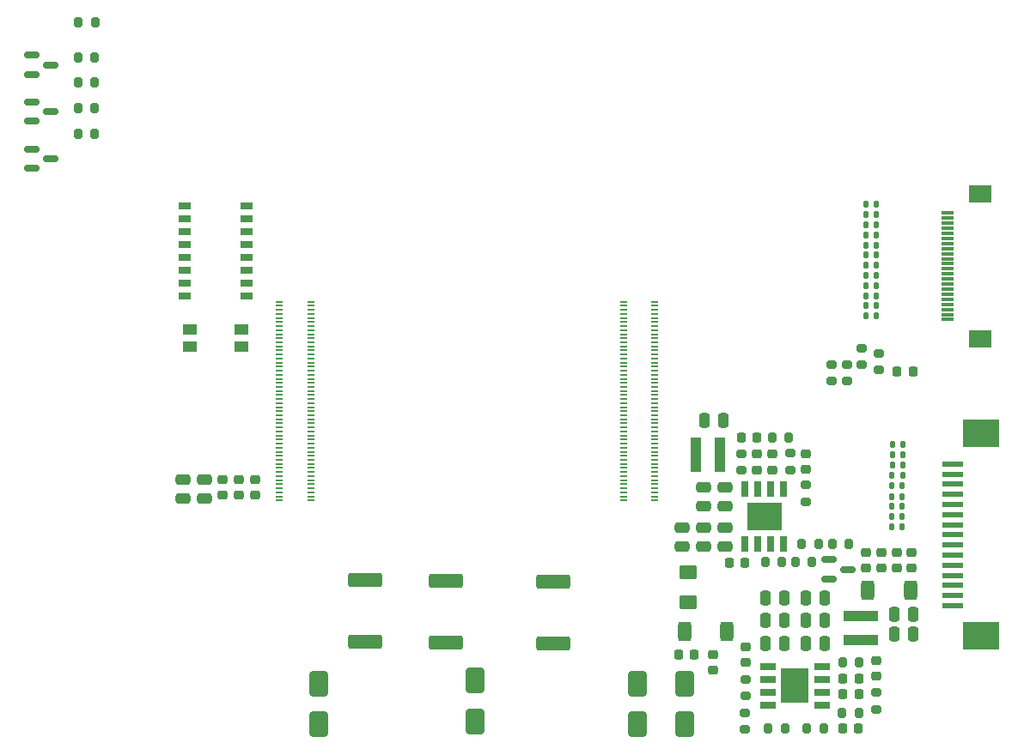
<source format=gbr>
%TF.GenerationSoftware,KiCad,Pcbnew,8.0.3*%
%TF.CreationDate,2024-11-01T12:04:32+00:00*%
%TF.ProjectId,CM4RadarBoard,434d3452-6164-4617-9242-6f6172642e6b,rev?*%
%TF.SameCoordinates,Original*%
%TF.FileFunction,Paste,Top*%
%TF.FilePolarity,Positive*%
%FSLAX46Y46*%
G04 Gerber Fmt 4.6, Leading zero omitted, Abs format (unit mm)*
G04 Created by KiCad (PCBNEW 8.0.3) date 2024-11-01 12:04:32*
%MOMM*%
%LPD*%
G01*
G04 APERTURE LIST*
G04 Aperture macros list*
%AMRoundRect*
0 Rectangle with rounded corners*
0 $1 Rounding radius*
0 $2 $3 $4 $5 $6 $7 $8 $9 X,Y pos of 4 corners*
0 Add a 4 corners polygon primitive as box body*
4,1,4,$2,$3,$4,$5,$6,$7,$8,$9,$2,$3,0*
0 Add four circle primitives for the rounded corners*
1,1,$1+$1,$2,$3*
1,1,$1+$1,$4,$5*
1,1,$1+$1,$6,$7*
1,1,$1+$1,$8,$9*
0 Add four rect primitives between the rounded corners*
20,1,$1+$1,$2,$3,$4,$5,0*
20,1,$1+$1,$4,$5,$6,$7,0*
20,1,$1+$1,$6,$7,$8,$9,0*
20,1,$1+$1,$8,$9,$2,$3,0*%
G04 Aperture macros list end*
%ADD10R,0.650000X1.500000*%
%ADD11R,3.350000X2.710000*%
%ADD12R,1.500000X0.650000*%
%ADD13R,2.710000X3.350000*%
%ADD14R,3.400000X0.980000*%
%ADD15RoundRect,0.250000X0.650000X-1.000000X0.650000X1.000000X-0.650000X1.000000X-0.650000X-1.000000X0*%
%ADD16RoundRect,0.135000X-0.135000X-0.185000X0.135000X-0.185000X0.135000X0.185000X-0.135000X0.185000X0*%
%ADD17RoundRect,0.250000X0.250000X0.475000X-0.250000X0.475000X-0.250000X-0.475000X0.250000X-0.475000X0*%
%ADD18RoundRect,0.225000X-0.225000X-0.250000X0.225000X-0.250000X0.225000X0.250000X-0.225000X0.250000X0*%
%ADD19RoundRect,0.150000X-0.587500X-0.150000X0.587500X-0.150000X0.587500X0.150000X-0.587500X0.150000X0*%
%ADD20R,0.980000X3.400000*%
%ADD21RoundRect,0.135000X0.135000X0.185000X-0.135000X0.185000X-0.135000X-0.185000X0.135000X-0.185000X0*%
%ADD22RoundRect,0.250000X-0.475000X0.250000X-0.475000X-0.250000X0.475000X-0.250000X0.475000X0.250000X0*%
%ADD23RoundRect,0.200000X0.200000X0.275000X-0.200000X0.275000X-0.200000X-0.275000X0.200000X-0.275000X0*%
%ADD24RoundRect,0.200000X-0.275000X0.200000X-0.275000X-0.200000X0.275000X-0.200000X0.275000X0.200000X0*%
%ADD25RoundRect,0.250000X0.475000X-0.250000X0.475000X0.250000X-0.475000X0.250000X-0.475000X-0.250000X0*%
%ADD26RoundRect,0.225000X-0.250000X0.225000X-0.250000X-0.225000X0.250000X-0.225000X0.250000X0.225000X0*%
%ADD27R,0.700000X0.200000*%
%ADD28RoundRect,0.249999X1.425001X-0.450001X1.425001X0.450001X-1.425001X0.450001X-1.425001X-0.450001X0*%
%ADD29RoundRect,0.200000X-0.200000X-0.275000X0.200000X-0.275000X0.200000X0.275000X-0.200000X0.275000X0*%
%ADD30RoundRect,0.200000X0.275000X-0.200000X0.275000X0.200000X-0.275000X0.200000X-0.275000X-0.200000X0*%
%ADD31RoundRect,0.225000X0.250000X-0.225000X0.250000X0.225000X-0.250000X0.225000X-0.250000X-0.225000X0*%
%ADD32RoundRect,0.250000X-0.250000X-0.475000X0.250000X-0.475000X0.250000X0.475000X-0.250000X0.475000X0*%
%ADD33R,1.250000X0.760000*%
%ADD34RoundRect,0.225000X0.225000X0.250000X-0.225000X0.250000X-0.225000X-0.250000X0.225000X-0.250000X0*%
%ADD35RoundRect,0.249999X-1.425001X0.450001X-1.425001X-0.450001X1.425001X-0.450001X1.425001X0.450001X0*%
%ADD36RoundRect,0.250000X-0.650000X1.000000X-0.650000X-1.000000X0.650000X-1.000000X0.650000X1.000000X0*%
%ADD37RoundRect,0.249999X-0.387501X-0.700001X0.387501X-0.700001X0.387501X0.700001X-0.387501X0.700001X0*%
%ADD38RoundRect,0.250001X-0.624999X0.462499X-0.624999X-0.462499X0.624999X-0.462499X0.624999X0.462499X0*%
%ADD39R,1.450000X1.000000*%
%ADD40R,1.300000X0.300000*%
%ADD41R,2.200000X1.800000*%
%ADD42R,2.000000X0.610000*%
%ADD43R,3.600000X2.680000*%
G04 APERTURE END LIST*
D10*
%TO.C,IC2*%
X92695000Y-80800000D03*
X93965000Y-80800000D03*
X95235000Y-80800000D03*
X96505000Y-80800000D03*
X96505000Y-75400000D03*
X95235000Y-75400000D03*
X93965000Y-75400000D03*
X92695000Y-75400000D03*
D11*
X94600000Y-78100000D03*
%TD*%
D12*
%TO.C,IC1*%
X94900000Y-92895000D03*
X94900000Y-94165000D03*
X94900000Y-95435000D03*
X94900000Y-96705000D03*
X100300000Y-96705000D03*
X100300000Y-95435000D03*
X100300000Y-94165000D03*
X100300000Y-92895000D03*
D13*
X97600000Y-94800000D03*
%TD*%
D14*
%TO.C,L1*%
X104100000Y-90285000D03*
X104100000Y-87915000D03*
%TD*%
D15*
%TO.C,D9*%
X50700000Y-98600000D03*
X50700000Y-94600000D03*
%TD*%
D16*
%TO.C,R13*%
X104590000Y-48300000D03*
X105610000Y-48300000D03*
%TD*%
D17*
%TO.C,C20*%
X109250000Y-87700000D03*
X107350000Y-87700000D03*
%TD*%
D16*
%TO.C,R6*%
X104590000Y-55300000D03*
X105610000Y-55300000D03*
%TD*%
D18*
%TO.C,C21*%
X92325000Y-70300000D03*
X93875000Y-70300000D03*
%TD*%
D19*
%TO.C,Q3*%
X22387500Y-37195000D03*
X22387500Y-39095000D03*
X24262500Y-38145000D03*
%TD*%
D20*
%TO.C,L2*%
X90185000Y-72000000D03*
X87815000Y-72000000D03*
%TD*%
D21*
%TO.C,R56*%
X108140000Y-75040000D03*
X107120000Y-75040000D03*
%TD*%
D22*
%TO.C,C46*%
X88600000Y-75180000D03*
X88600000Y-77080000D03*
%TD*%
D19*
%TO.C,Q1*%
X100962500Y-82350000D03*
X100962500Y-84250000D03*
X102837500Y-83300000D03*
%TD*%
D23*
%TO.C,R78*%
X103895000Y-97480000D03*
X102245000Y-97480000D03*
%TD*%
D24*
%TO.C,R1*%
X101200000Y-63075000D03*
X101200000Y-64725000D03*
%TD*%
D25*
%TO.C,C8*%
X37300000Y-76350000D03*
X37300000Y-74450000D03*
%TD*%
D16*
%TO.C,R3*%
X104590000Y-58300000D03*
X105610000Y-58300000D03*
%TD*%
D24*
%TO.C,R65*%
X105900000Y-61975000D03*
X105900000Y-63625000D03*
%TD*%
D26*
%TO.C,C40*%
X93875000Y-71925000D03*
X93875000Y-73475000D03*
%TD*%
D19*
%TO.C,Q2*%
X22387500Y-32570000D03*
X22387500Y-34470000D03*
X24262500Y-33520000D03*
%TD*%
D24*
%TO.C,R71*%
X92680000Y-97465000D03*
X92680000Y-99115000D03*
%TD*%
D27*
%TO.C,Module1*%
X46780000Y-56900000D03*
X49860000Y-56900000D03*
X46780000Y-57300000D03*
X49860000Y-57300000D03*
X46780000Y-57700000D03*
X49860000Y-57700000D03*
X46780000Y-58100000D03*
X49860000Y-58100000D03*
X46780000Y-58500000D03*
X49860000Y-58500000D03*
X46780000Y-58900000D03*
X49860000Y-58900000D03*
X46780000Y-59300000D03*
X49860000Y-59300000D03*
X46780000Y-59700000D03*
X49860000Y-59700000D03*
X46780000Y-60100000D03*
X49860000Y-60100000D03*
X46780000Y-60500000D03*
X49860000Y-60500000D03*
X46780000Y-60900000D03*
X49860000Y-60900000D03*
X46780000Y-61300000D03*
X49860000Y-61300000D03*
X46780000Y-61700000D03*
X49860000Y-61700000D03*
X46780000Y-62100000D03*
X49860000Y-62100000D03*
X46780000Y-62500000D03*
X49860000Y-62500000D03*
X46780000Y-62900000D03*
X49860000Y-62900000D03*
X46780000Y-63300000D03*
X49860000Y-63300000D03*
X46780000Y-63700000D03*
X49860000Y-63700000D03*
X46780000Y-64100000D03*
X49860000Y-64100000D03*
X46780000Y-64500000D03*
X49860000Y-64500000D03*
X46780000Y-64900000D03*
X49860000Y-64900000D03*
X46780000Y-65300000D03*
X49860000Y-65300000D03*
X46780000Y-65700000D03*
X49860000Y-65700000D03*
X46780000Y-66100000D03*
X49860000Y-66100000D03*
X46780000Y-66500000D03*
X49860000Y-66500000D03*
X46780000Y-66900000D03*
X49860000Y-66900000D03*
X46780000Y-67300000D03*
X49860000Y-67300000D03*
X46780000Y-67700000D03*
X49860000Y-67700000D03*
X46780000Y-68100000D03*
X49860000Y-68100000D03*
X46780000Y-68500000D03*
X49860000Y-68500000D03*
X46780000Y-68900000D03*
X49860000Y-68900000D03*
X46780000Y-69300000D03*
X49860000Y-69300000D03*
X46780000Y-69700000D03*
X49860000Y-69700000D03*
X46780000Y-70100000D03*
X49860000Y-70100000D03*
X46780000Y-70500000D03*
X49860000Y-70500000D03*
X46780000Y-70900000D03*
X49860000Y-70900000D03*
X46780000Y-71300000D03*
X49860000Y-71300000D03*
X46780000Y-71700000D03*
X49860000Y-71700000D03*
X46780000Y-72100000D03*
X49860000Y-72100000D03*
X46780000Y-72500000D03*
X49860000Y-72500000D03*
X46780000Y-72900000D03*
X49860000Y-72900000D03*
X46780000Y-73300000D03*
X49860000Y-73300000D03*
X46780000Y-73700000D03*
X49860000Y-73700000D03*
X46780000Y-74100000D03*
X49860000Y-74100000D03*
X46780000Y-74500000D03*
X49860000Y-74500000D03*
X46780000Y-74900000D03*
X49860000Y-74900000D03*
X46780000Y-75300000D03*
X49860000Y-75300000D03*
X46780000Y-75700000D03*
X49860000Y-75700000D03*
X46780000Y-76100000D03*
X49860000Y-76100000D03*
X46780000Y-76500000D03*
X49860000Y-76500000D03*
X80700000Y-56900000D03*
X83780000Y-56900000D03*
X80700000Y-57300000D03*
X83780000Y-57300000D03*
X80700000Y-57700000D03*
X83780000Y-57700000D03*
X80700000Y-58100000D03*
X83780000Y-58100000D03*
X80700000Y-58500000D03*
X83780000Y-58500000D03*
X80700000Y-58900000D03*
X83780000Y-58900000D03*
X80700000Y-59300000D03*
X83780000Y-59300000D03*
X80700000Y-59700000D03*
X83780000Y-59700000D03*
X80700000Y-60100000D03*
X83780000Y-60100000D03*
X80700000Y-60500000D03*
X83780000Y-60500000D03*
X80700000Y-60900000D03*
X83780000Y-60900000D03*
X80700000Y-61300000D03*
X83780000Y-61300000D03*
X80700000Y-61700000D03*
X83780000Y-61700000D03*
X80700000Y-62100000D03*
X83780000Y-62100000D03*
X80700000Y-62500000D03*
X83780000Y-62500000D03*
X80700000Y-62900000D03*
X83780000Y-62900000D03*
X80700000Y-63300000D03*
X83780000Y-63300000D03*
X80700000Y-63700000D03*
X83780000Y-63700000D03*
X80700000Y-64100000D03*
X83780000Y-64100000D03*
X80700000Y-64500000D03*
X83780000Y-64500000D03*
X80700000Y-64900000D03*
X83780000Y-64900000D03*
X80700000Y-65300000D03*
X83780000Y-65300000D03*
X80700000Y-65700000D03*
X83780000Y-65700000D03*
X80700000Y-66100000D03*
X83780000Y-66100000D03*
X80700000Y-66500000D03*
X83780000Y-66500000D03*
X80700000Y-66900000D03*
X83780000Y-66900000D03*
X80700000Y-67300000D03*
X83780000Y-67300000D03*
X80700000Y-67700000D03*
X83780000Y-67700000D03*
X80700000Y-68100000D03*
X83780000Y-68100000D03*
X80700000Y-68500000D03*
X83780000Y-68500000D03*
X80700000Y-68900000D03*
X83780000Y-68900000D03*
X80700000Y-69300000D03*
X83780000Y-69300000D03*
X80700000Y-69700000D03*
X83780000Y-69700000D03*
X80700000Y-70100000D03*
X83780000Y-70100000D03*
X80700000Y-70500000D03*
X83780000Y-70500000D03*
X80700000Y-70900000D03*
X83780000Y-70900000D03*
X80700000Y-71300000D03*
X83780000Y-71300000D03*
X80700000Y-71700000D03*
X83780000Y-71700000D03*
X80700000Y-72100000D03*
X83780000Y-72100000D03*
X80700000Y-72500000D03*
X83780000Y-72500000D03*
X80700000Y-72900000D03*
X83780000Y-72900000D03*
X80700000Y-73300000D03*
X83780000Y-73300000D03*
X80700000Y-73700000D03*
X83780000Y-73700000D03*
X80700000Y-74100000D03*
X83780000Y-74100000D03*
X80700000Y-74500000D03*
X83780000Y-74500000D03*
X80700000Y-74900000D03*
X83780000Y-74900000D03*
X80700000Y-75300000D03*
X83780000Y-75300000D03*
X80700000Y-75700000D03*
X83780000Y-75700000D03*
X80700000Y-76100000D03*
X83780000Y-76100000D03*
X80700000Y-76500000D03*
X83780000Y-76500000D03*
%TD*%
D28*
%TO.C,R90*%
X63200000Y-90550000D03*
X63200000Y-84450000D03*
%TD*%
D16*
%TO.C,R7*%
X104590000Y-54300000D03*
X105610000Y-54300000D03*
%TD*%
D21*
%TO.C,R54*%
X108150000Y-77080000D03*
X107130000Y-77080000D03*
%TD*%
D29*
%TO.C,R77*%
X95350000Y-70300000D03*
X97000000Y-70300000D03*
%TD*%
D30*
%TO.C,R68*%
X92275000Y-73525000D03*
X92275000Y-71875000D03*
%TD*%
D25*
%TO.C,C34*%
X90700000Y-81080000D03*
X90700000Y-79180000D03*
%TD*%
D24*
%TO.C,R61*%
X104200000Y-61475000D03*
X104200000Y-63125000D03*
%TD*%
D31*
%TO.C,C38*%
X95375000Y-73475000D03*
X95375000Y-71925000D03*
%TD*%
D29*
%TO.C,R106*%
X101275000Y-80800000D03*
X102925000Y-80800000D03*
%TD*%
D32*
%TO.C,C31*%
X94650000Y-88300000D03*
X96550000Y-88300000D03*
%TD*%
D33*
%TO.C,SW1*%
X37425000Y-47455000D03*
X37425000Y-48725000D03*
X37425000Y-49995000D03*
X37425000Y-51265000D03*
X37425000Y-52535000D03*
X37425000Y-53805000D03*
X37425000Y-55075000D03*
X37425000Y-56345000D03*
X43575000Y-56345000D03*
X43575000Y-55075000D03*
X43575000Y-53805000D03*
X43575000Y-52535000D03*
X43575000Y-51265000D03*
X43575000Y-49995000D03*
X43575000Y-48725000D03*
X43575000Y-47455000D03*
%TD*%
D16*
%TO.C,R5*%
X104590000Y-56300000D03*
X105610000Y-56300000D03*
%TD*%
D29*
%TO.C,R105*%
X26980000Y-29320000D03*
X28630000Y-29320000D03*
%TD*%
D34*
%TO.C,C41*%
X103835000Y-98970000D03*
X102285000Y-98970000D03*
%TD*%
D17*
%TO.C,C47*%
X100550000Y-88300000D03*
X98650000Y-88300000D03*
%TD*%
D18*
%TO.C,C1*%
X107675000Y-63820000D03*
X109225000Y-63820000D03*
%TD*%
D16*
%TO.C,R10*%
X104590000Y-51300000D03*
X105610000Y-51300000D03*
%TD*%
D29*
%TO.C,R108*%
X26950000Y-35280000D03*
X28600000Y-35280000D03*
%TD*%
D19*
%TO.C,Q4*%
X22387500Y-41820000D03*
X22387500Y-43720000D03*
X24262500Y-42770000D03*
%TD*%
D31*
%TO.C,C15*%
X109100000Y-83175000D03*
X109100000Y-81625000D03*
%TD*%
D35*
%TO.C,R95*%
X55220000Y-84380000D03*
X55220000Y-90480000D03*
%TD*%
D29*
%TO.C,R73*%
X97645000Y-82590000D03*
X99295000Y-82590000D03*
%TD*%
D31*
%TO.C,C28*%
X107600000Y-83175000D03*
X107600000Y-81625000D03*
%TD*%
D32*
%TO.C,C48*%
X88650000Y-68600000D03*
X90550000Y-68600000D03*
%TD*%
D29*
%TO.C,R109*%
X26950000Y-37790000D03*
X28600000Y-37790000D03*
%TD*%
D31*
%TO.C,C11*%
X44400000Y-75975000D03*
X44400000Y-74425000D03*
%TD*%
D24*
%TO.C,R80*%
X97130000Y-71865000D03*
X97130000Y-73515000D03*
%TD*%
D31*
%TO.C,C10*%
X41200000Y-75975000D03*
X41200000Y-74425000D03*
%TD*%
D36*
%TO.C,D1*%
X86700000Y-94600000D03*
X86700000Y-98600000D03*
%TD*%
D16*
%TO.C,R8*%
X104590000Y-53300000D03*
X105610000Y-53300000D03*
%TD*%
D37*
%TO.C,FB2*%
X104787500Y-85400000D03*
X109012500Y-85400000D03*
%TD*%
D16*
%TO.C,R60*%
X107190000Y-71000000D03*
X108210000Y-71000000D03*
%TD*%
D18*
%TO.C,C36*%
X91125000Y-82700000D03*
X92675000Y-82700000D03*
%TD*%
D16*
%TO.C,R11*%
X104590000Y-50300000D03*
X105610000Y-50300000D03*
%TD*%
D17*
%TO.C,C43*%
X100550000Y-86100000D03*
X98650000Y-86100000D03*
%TD*%
D25*
%TO.C,C7*%
X39400000Y-76350000D03*
X39400000Y-74450000D03*
%TD*%
%TO.C,C32*%
X88600000Y-81050000D03*
X88600000Y-79150000D03*
%TD*%
D38*
%TO.C,F1*%
X87100000Y-83612500D03*
X87100000Y-86587500D03*
%TD*%
D16*
%TO.C,R9*%
X104590000Y-52300000D03*
X105610000Y-52300000D03*
%TD*%
%TO.C,R57*%
X107170000Y-74010000D03*
X108190000Y-74010000D03*
%TD*%
D17*
%TO.C,C45*%
X100550000Y-90600000D03*
X98650000Y-90600000D03*
%TD*%
D24*
%TO.C,R2*%
X102700000Y-63075000D03*
X102700000Y-64725000D03*
%TD*%
D16*
%TO.C,R14*%
X104590000Y-47300000D03*
X105610000Y-47300000D03*
%TD*%
D22*
%TO.C,C44*%
X90700000Y-75180000D03*
X90700000Y-77080000D03*
%TD*%
D29*
%TO.C,R72*%
X94675000Y-82600000D03*
X96325000Y-82600000D03*
%TD*%
D16*
%TO.C,R58*%
X107200000Y-73010000D03*
X108220000Y-73010000D03*
%TD*%
D21*
%TO.C,R52*%
X108160000Y-79090000D03*
X107140000Y-79090000D03*
%TD*%
D17*
%TO.C,C18*%
X109250000Y-89700000D03*
X107350000Y-89700000D03*
%TD*%
D29*
%TO.C,R74*%
X94950000Y-99000000D03*
X96600000Y-99000000D03*
%TD*%
D28*
%TO.C,R89*%
X73730000Y-90610000D03*
X73730000Y-84510000D03*
%TD*%
D18*
%TO.C,C16*%
X86125000Y-91700000D03*
X87675000Y-91700000D03*
%TD*%
D29*
%TO.C,R75*%
X98275000Y-80800000D03*
X99925000Y-80800000D03*
%TD*%
D34*
%TO.C,C39*%
X103875000Y-94100000D03*
X102325000Y-94100000D03*
%TD*%
D36*
%TO.C,D6*%
X66100000Y-94300000D03*
X66100000Y-98300000D03*
%TD*%
D32*
%TO.C,C29*%
X94650000Y-90600000D03*
X96550000Y-90600000D03*
%TD*%
D24*
%TO.C,R76*%
X105600000Y-95475000D03*
X105600000Y-97125000D03*
%TD*%
D18*
%TO.C,C37*%
X102325000Y-95600000D03*
X103875000Y-95600000D03*
%TD*%
D21*
%TO.C,R53*%
X108160000Y-78110000D03*
X107140000Y-78110000D03*
%TD*%
D39*
%TO.C,SW2*%
X43075000Y-61350000D03*
X37925000Y-61350000D03*
X43075000Y-59650000D03*
X37925000Y-59650000D03*
%TD*%
D29*
%TO.C,R69*%
X102275000Y-92500000D03*
X103925000Y-92500000D03*
%TD*%
D25*
%TO.C,C30*%
X86500000Y-81050000D03*
X86500000Y-79150000D03*
%TD*%
D24*
%TO.C,R81*%
X98630000Y-74965000D03*
X98630000Y-76615000D03*
%TD*%
%TO.C,R70*%
X92700000Y-94175000D03*
X92700000Y-95825000D03*
%TD*%
D29*
%TO.C,R110*%
X26950000Y-40300000D03*
X28600000Y-40300000D03*
%TD*%
D26*
%TO.C,C23*%
X89500000Y-91725000D03*
X89500000Y-93275000D03*
%TD*%
D29*
%TO.C,R107*%
X26950000Y-32770000D03*
X28600000Y-32770000D03*
%TD*%
D31*
%TO.C,C13*%
X104600000Y-83175000D03*
X104600000Y-81625000D03*
%TD*%
D32*
%TO.C,C33*%
X94650000Y-86100000D03*
X96550000Y-86100000D03*
%TD*%
D23*
%TO.C,R79*%
X100425000Y-99000000D03*
X98775000Y-99000000D03*
%TD*%
D16*
%TO.C,R59*%
X107200000Y-71980000D03*
X108220000Y-71980000D03*
%TD*%
D26*
%TO.C,C35*%
X92700000Y-90925000D03*
X92700000Y-92475000D03*
%TD*%
D16*
%TO.C,R4*%
X104590000Y-57300000D03*
X105610000Y-57300000D03*
%TD*%
D31*
%TO.C,C25*%
X106100000Y-83175000D03*
X106100000Y-81625000D03*
%TD*%
D40*
%TO.C,J1*%
X112600000Y-58650000D03*
X112600000Y-58150000D03*
X112600000Y-57650000D03*
X112600000Y-57150000D03*
X112600000Y-56650000D03*
X112600000Y-56150000D03*
X112600000Y-55650000D03*
X112600000Y-55150000D03*
X112600000Y-54650000D03*
X112600000Y-54150000D03*
X112600000Y-53650000D03*
X112600000Y-53150000D03*
X112600000Y-52650000D03*
X112600000Y-52150000D03*
X112600000Y-51650000D03*
X112600000Y-51150000D03*
X112600000Y-50650000D03*
X112600000Y-50150000D03*
X112600000Y-49650000D03*
X112600000Y-49150000D03*
X112600000Y-48650000D03*
X112600000Y-48150000D03*
D41*
X115850000Y-60550000D03*
X115850000Y-46250000D03*
%TD*%
D16*
%TO.C,R12*%
X104590000Y-49300000D03*
X105610000Y-49300000D03*
%TD*%
D21*
%TO.C,R55*%
X108130000Y-76100000D03*
X107110000Y-76100000D03*
%TD*%
D26*
%TO.C,C42*%
X98630000Y-71915000D03*
X98630000Y-73465000D03*
%TD*%
D42*
%TO.C,J5*%
X113150000Y-86900000D03*
X113150000Y-85900000D03*
X113150000Y-84900000D03*
X113150000Y-83900000D03*
X113150000Y-82900000D03*
X113150000Y-81900000D03*
X113150000Y-80900000D03*
X113150000Y-79900000D03*
X113150000Y-78900000D03*
X113150000Y-77900000D03*
X113150000Y-76900000D03*
X113150000Y-75900000D03*
X113150000Y-74900000D03*
X113150000Y-73900000D03*
X113150000Y-72900000D03*
D43*
X115950000Y-89890000D03*
X115950000Y-69910000D03*
%TD*%
D36*
%TO.C,D3*%
X82100000Y-94600000D03*
X82100000Y-98600000D03*
%TD*%
D31*
%TO.C,C9*%
X42800000Y-75975000D03*
X42800000Y-74425000D03*
%TD*%
D26*
%TO.C,C22*%
X105600000Y-92325000D03*
X105600000Y-93875000D03*
%TD*%
D37*
%TO.C,FB3*%
X86687500Y-89400000D03*
X90912500Y-89400000D03*
%TD*%
M02*

</source>
